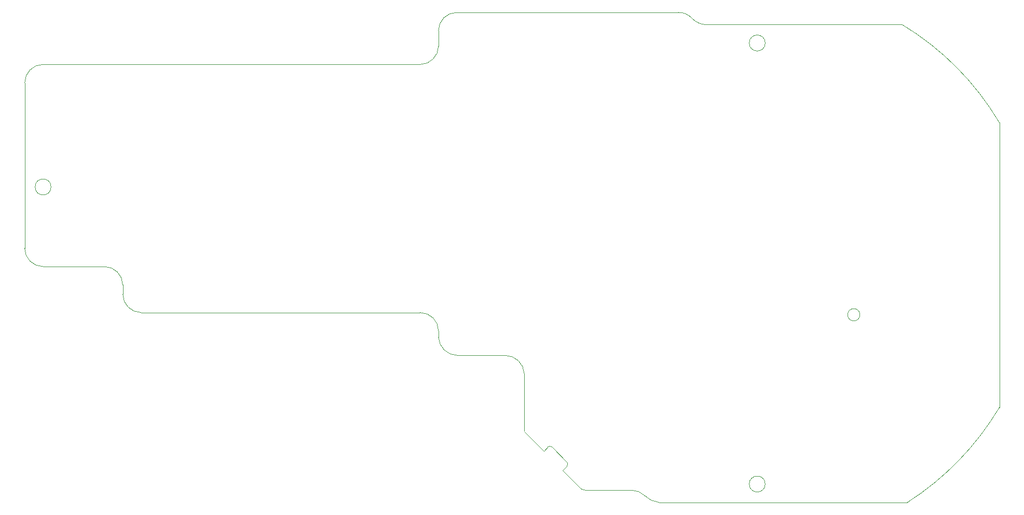
<source format=gbr>
%TF.GenerationSoftware,KiCad,Pcbnew,8.0.9*%
%TF.CreationDate,2025-12-22T17:05:26+01:00*%
%TF.ProjectId,MiniChord,4d696e69-4368-46f7-9264-2e6b69636164,rev?*%
%TF.SameCoordinates,Original*%
%TF.FileFunction,Profile,NP*%
%FSLAX46Y46*%
G04 Gerber Fmt 4.6, Leading zero omitted, Abs format (unit mm)*
G04 Created by KiCad (PCBNEW 8.0.9) date 2025-12-22 17:05:26*
%MOMM*%
%LPD*%
G01*
G04 APERTURE LIST*
%TA.AperFunction,Profile*%
%ADD10C,0.100000*%
%TD*%
%TA.AperFunction,Profile*%
%ADD11C,0.120000*%
%TD*%
G04 APERTURE END LIST*
D10*
X87121320Y-125500000D02*
G75*
G02*
X83999954Y-122500002I-20J3123800D01*
G01*
X16500000Y-81000000D02*
G75*
G02*
X19500000Y-78000000I3000000J0D01*
G01*
X136200000Y-71500000D02*
X127700000Y-71500000D01*
X84000000Y-72500000D02*
X84000000Y-75000000D01*
X123100000Y-69500000D02*
G75*
G02*
X125400007Y-70499993I49100J-3032100D01*
G01*
X81000000Y-118499999D02*
G75*
G02*
X84000001Y-121499999I0J-3000001D01*
G01*
X127700000Y-71500000D02*
G75*
G02*
X125400000Y-70500000I0J3145000D01*
G01*
X108000000Y-147500000D02*
X115500000Y-147500000D01*
X20800000Y-98000000D02*
G75*
G02*
X18200000Y-98000000I-1300000J0D01*
G01*
X18200000Y-98000000D02*
G75*
G02*
X20800000Y-98000000I1300000J0D01*
G01*
X94878680Y-125500000D02*
G75*
G02*
X98000046Y-128499998I20J-3123800D01*
G01*
X98000000Y-137800000D02*
X98000000Y-128500000D01*
X120000000Y-149500000D02*
G75*
G02*
X117621316Y-148378684I371300J3871300D01*
G01*
X84000000Y-121499999D02*
X84000000Y-122500000D01*
X35500000Y-118499999D02*
G75*
G02*
X32500001Y-115499999I0J2999999D01*
G01*
X81000000Y-78000000D02*
X19500000Y-78000000D01*
X35500000Y-118499999D02*
X81000000Y-118499999D01*
X115500000Y-147500000D02*
G75*
G02*
X117621320Y-148378680I0J-3000000D01*
G01*
X98121825Y-138085786D02*
G75*
G02*
X98000044Y-137800002I234075J268586D01*
G01*
X120000000Y-149500000D02*
X160500000Y-149500000D01*
X108000000Y-147500000D02*
G75*
G02*
X107314198Y-147278193I-99200J864400D01*
G01*
X16500000Y-81000000D02*
X16500000Y-108000000D01*
X137300000Y-74500000D02*
G75*
G02*
X134700000Y-74500000I-1300000J0D01*
G01*
X134700000Y-74500000D02*
G75*
G02*
X137300000Y-74500000I1300000J0D01*
G01*
X29500000Y-111000000D02*
G75*
G02*
X32500000Y-114000000I0J-3000000D01*
G01*
X136200000Y-71500000D02*
X159650000Y-71500000D01*
X19500000Y-111000000D02*
G75*
G02*
X16500000Y-108000000I0J3000000D01*
G01*
X137300000Y-146500000D02*
G75*
G02*
X134700000Y-146500000I-1300000J0D01*
G01*
X134700000Y-146500000D02*
G75*
G02*
X137300000Y-146500000I1300000J0D01*
G01*
X84000000Y-75000000D02*
G75*
G02*
X81000000Y-78000000I-3000000J0D01*
G01*
X87121320Y-125500000D02*
X94878680Y-125500000D01*
X175499999Y-134000000D02*
G75*
G02*
X160499999Y-149499999I-40257129J23950450D01*
G01*
X175500000Y-87500000D02*
X175500000Y-134000000D01*
X84000000Y-72500000D02*
G75*
G02*
X87000000Y-69500000I3000000J0D01*
G01*
X19500000Y-111000000D02*
X29500000Y-111000000D01*
X123100000Y-69500000D02*
X87000000Y-69500000D01*
X32500000Y-114000000D02*
X32500000Y-115499999D01*
X159650000Y-71500000D02*
G75*
G02*
X175499995Y-87500003I-23817200J-39444600D01*
G01*
D11*
%TO.C,U1*%
X152750000Y-118865000D02*
G75*
G02*
X150750000Y-118865000I-1000000J0D01*
G01*
X150750000Y-118865000D02*
G75*
G02*
X152750000Y-118865000I1000000J0D01*
G01*
%TO.C,J2*%
X101162385Y-141126346D02*
X98121825Y-138085786D01*
X101869491Y-140419239D02*
X101162385Y-141126346D01*
X104273654Y-144237615D02*
X107314214Y-147278175D01*
X104980761Y-142964823D02*
X102435177Y-140419239D01*
X104980761Y-143530509D02*
X104273654Y-144237615D01*
X101869491Y-140419239D02*
G75*
G02*
X102435177Y-140419239I282843J-282844D01*
G01*
X104980761Y-142964823D02*
G75*
G02*
X104980761Y-143530509I-282843J-282843D01*
G01*
%TD*%
M02*

</source>
